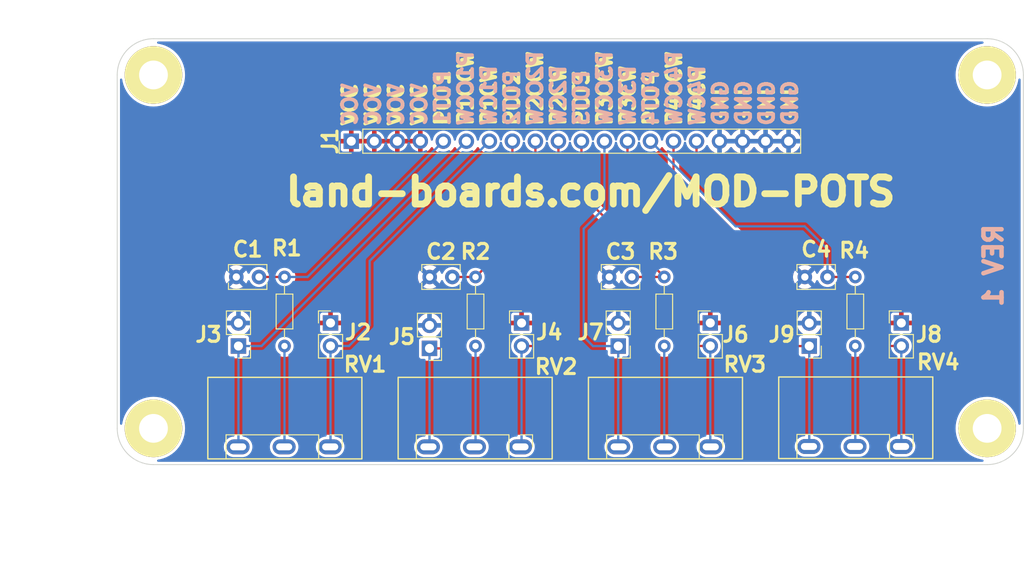
<source format=kicad_pcb>
(kicad_pcb (version 20211014) (generator pcbnew)
  (layers (0 "F.Cu" signal) (31 "B.Cu" signal) (34 "B.Paste" user) (35 "F.Paste" user) (36 "B.SilkS" user "B.Silkscreen") (37 "F.SilkS" user "F.Silkscreen") (38 "B.Mask" user) (39 "F.Mask" user) (44 "Edge.Cuts" user))
  (net 0 "")
  (net 1 "GND")
  (net 2 "Net-(R1-Pad2)")
  (net 3 "Net-(R2-Pad2)")
  (net 4 "Net-(R3-Pad2)")
  (net 5 "Net-(R4-Pad2)")
  (net 6 "VCC")
  (net 7 "/POT1")
  (net 8 "/POT2")
  (net 9 "/POT3")
  (net 10 "/POT4")
  (net 11 "/POT1CCW")
  (net 12 "/POT1CW")
  (net 13 "/POT2CCW")
  (net 14 "/POT2CW")
  (net 15 "/POT3CCW")
  (net 16 "/POT3CW")
  (net 17 "/POT4CCW")
  (net 18 "/POT4CW")
  (footprint "LandBoards_MountHoles:MTG-4-40" (layer "F.Cu") (at 94 83)
    (fp_text reference "MTG1" hide)
    (fp_text value "MountingHole" hide)
    (pad "1" thru_hole circle locked (at 0 0) (size 6.35 6.35) (drill 3.175) (layers *.Cu *.Mask "F.SilkS"))
  )
  (footprint "Connector_PinHeader_2.54mm:PinHeader_1x02_P2.54mm_Vertical" (layer "F.Cu") (at 103.378 73.914 180)
    (fp_text reference "J3" (at 3.302 1.27) (layer "F.SilkS") (effects (font (size 1.651 1.651) (thickness 0.34925))))
    (fp_text value "Conn_01x02")
    (fp_line (start -1.33 3.87) (end 1.33 3.87) (layer "F.SilkS") (width 0.12))
    (fp_line (start -1.33 1.27) (end 1.33 1.27) (layer "F.SilkS") (width 0.12))
    (fp_line (start -1.33 -1.33) (end 0 -1.33) (layer "F.SilkS") (width 0.12))
    (fp_line (start 1.33 1.27) (end 1.33 3.87) (layer "F.SilkS") (width 0.12))
    (fp_line (start -1.33 1.27) (end -1.33 3.87) (layer "F.SilkS") (width 0.12))
    (fp_line (start -1.33 0) (end -1.33 -1.33) (layer "F.SilkS") (width 0.12))
    (pad "1" thru_hole rect (at 0 0 180) (size 1.7 1.7) (drill 1) (layers *.Cu *.Mask) (net 11 "/POT1CCW"))
    (pad "2" thru_hole oval (at 0 2.54 180) (size 1.7 1.7) (drill 1) (layers *.Cu *.Mask) (net 1 "GND"))
  )
  (footprint "Capacitor_THT:C_Rect_L4.0mm_W2.5mm_P2.50mm" (layer "F.Cu") (at 168.382 66.294 180)
    (fp_text reference "C4" (at 1.25 3.048) (layer "F.SilkS") (effects (font (size 1.651 1.651) (thickness 0.34925))))
    (fp_text value "0.1uF")
    (fp_line (start 3.37 -1.37) (end 3.37 -0.665) (layer "F.SilkS") (width 0.12))
    (fp_line (start -0.87 -1.37) (end -0.87 -0.665) (layer "F.SilkS") (width 0.12))
    (fp_line (start -0.87 1.37) (end 3.37 1.37) (layer "F.SilkS") (width 0.12))
    (fp_line (start -0.87 -1.37) (end 3.37 -1.37) (layer "F.SilkS") (width 0.12))
    (fp_line (start -0.87 0.665) (end -0.87 1.37) (layer "F.SilkS") (width 0.12))
    (fp_line (start 3.37 0.665) (end 3.37 1.37) (layer "F.SilkS") (width 0.12))
    (pad "1" thru_hole circle (at 0 0 180) (size 1.6 1.6) (drill 0.8) (layers *.Cu *.Mask) (net 10 "/POT4"))
    (pad "2" thru_hole circle (at 2.5 0 180) (size 1.6 1.6) (drill 0.8) (layers *.Cu *.Mask) (net 1 "GND"))
  )
  (footprint "Connector_PinHeader_2.54mm:PinHeader_1x02_P2.54mm_Vertical" (layer "F.Cu") (at 134.62 71.374)
    (fp_text reference "J4" (at 3.048 1.016) (layer "F.SilkS") (effects (font (size 1.651 1.651) (thickness 0.34925))))
    (fp_text value "Conn_01x02")
    (fp_line (start -1.33 1.27) (end -1.33 3.87) (layer "F.SilkS") (width 0.12))
    (fp_line (start 1.33 1.27) (end 1.33 3.87) (layer "F.SilkS") (width 0.12))
    (fp_line (start -1.33 3.87) (end 1.33 3.87) (layer "F.SilkS") (width 0.12))
    (fp_line (start -1.33 0) (end -1.33 -1.33) (layer "F.SilkS") (width 0.12))
    (fp_line (start -1.33 -1.33) (end 0 -1.33) (layer "F.SilkS") (width 0.12))
    (fp_line (start -1.33 1.27) (end 1.33 1.27) (layer "F.SilkS") (width 0.12))
    (pad "1" thru_hole rect (at 0 0) (size 1.7 1.7) (drill 1) (layers *.Cu *.Mask) (net 6 "VCC"))
    (pad "2" thru_hole oval (at 0 2.54) (size 1.7 1.7) (drill 1) (layers *.Cu *.Mask) (net 14 "/POT2CW"))
  )
  (footprint "Capacitor_THT:C_Rect_L4.0mm_W2.5mm_P2.50mm" (layer "F.Cu") (at 146.792 66.294 180)
    (fp_text reference "C3" (at 1.25 2.794) (layer "F.SilkS") (effects (font (size 1.651 1.651) (thickness 0.34925))))
    (fp_text value "0.1uF")
    (fp_line (start -0.87 -1.37) (end 3.37 -1.37) (layer "F.SilkS") (width 0.12))
    (fp_line (start -0.87 1.37) (end 3.37 1.37) (layer "F.SilkS") (width 0.12))
    (fp_line (start 3.37 -1.37) (end 3.37 -0.665) (layer "F.SilkS") (width 0.12))
    (fp_line (start 3.37 0.665) (end 3.37 1.37) (layer "F.SilkS") (width 0.12))
    (fp_line (start -0.87 -1.37) (end -0.87 -0.665) (layer "F.SilkS") (width 0.12))
    (fp_line (start -0.87 0.665) (end -0.87 1.37) (layer "F.SilkS") (width 0.12))
    (pad "1" thru_hole circle (at 0 0 180) (size 1.6 1.6) (drill 0.8) (layers *.Cu *.Mask) (net 9 "/POT3"))
    (pad "2" thru_hole circle (at 2.5 0 180) (size 1.6 1.6) (drill 0.8) (layers *.Cu *.Mask) (net 1 "GND"))
  )
  (footprint "Connector_PinHeader_2.54mm:PinHeader_1x02_P2.54mm_Vertical" (layer "F.Cu") (at 124.46 74.173 180)
    (fp_text reference "J5" (at 3.048 1.275) (layer "F.SilkS") (effects (font (size 1.651 1.651) (thickness 0.34925))))
    (fp_text value "Conn_01x02")
    (fp_line (start -1.33 0) (end -1.33 -1.33) (layer "F.SilkS") (width 0.12))
    (fp_line (start 1.33 1.27) (end 1.33 3.87) (layer "F.SilkS") (width 0.12))
    (fp_line (start -1.33 1.27) (end -1.33 3.87) (layer "F.SilkS") (width 0.12))
    (fp_line (start -1.33 -1.33) (end 0 -1.33) (layer "F.SilkS") (width 0.12))
    (fp_line (start -1.33 3.87) (end 1.33 3.87) (layer "F.SilkS") (width 0.12))
    (fp_line (start -1.33 1.27) (end 1.33 1.27) (layer "F.SilkS") (width 0.12))
    (pad "1" thru_hole rect (at 0 0 180) (size 1.7 1.7) (drill 1) (layers *.Cu *.Mask) (net 13 "/POT2CCW"))
    (pad "2" thru_hole oval (at 0 2.54 180) (size 1.7 1.7) (drill 1) (layers *.Cu *.Mask) (net 1 "GND"))
  )
  (footprint "Resistor_THT:R_Axial_DIN0204_L3.6mm_D1.6mm_P7.62mm_Horizontal" (layer "F.Cu") (at 129.54 66.294 -90)
    (fp_text reference "R2" (at -2.794 0 180) (layer "F.SilkS") (effects (font (size 1.651 1.651) (thickness 0.34925))))
    (fp_text value "1K")
    (fp_line (start 1.89 0.92) (end 5.73 0.92) (layer "F.SilkS") (width 0.12))
    (fp_line (start 0.94 0) (end 1.89 0) (layer "F.SilkS") (width 0.12))
    (fp_line (start 1.89 -0.92) (end 1.89 0.92) (layer "F.SilkS") (width 0.12))
    (fp_line (start 6.68 0) (end 5.73 0) (layer "F.SilkS") (width 0.12))
    (fp_line (start 5.73 0.92) (end 5.73 -0.92) (layer "F.SilkS") (width 0.12))
    (fp_line (start 5.73 -0.92) (end 1.89 -0.92) (layer "F.SilkS") (width 0.12))
    (pad "1" thru_hole circle (at 0 0 270) (size 1.4 1.4) (drill 0.7) (layers *.Cu *.Mask) (net 8 "/POT2"))
    (pad "2" thru_hole oval (at 7.62 0 270) (size 1.4 1.4) (drill 0.7) (layers *.Cu *.Mask) (net 3 "Net-(R2-Pad2)"))
  )
  (footprint "LandBoards_Conns:Pot3" (layer "F.Cu") (at 113.500002 85.039987 -90)
    (fp_text reference "RV1" (at -9.093987 -3.847998 180) (layer "F.SilkS") (effects (font (size 1.651 1.651) (thickness 0.34925))))
    (fp_text value "100K")
    (fp_line (start -1.33 -1.33) (end 0 -1.33) (layer "F.SilkS") (width 0.12))
    (fp_line (start -1.33 0) (end -1.33 -1.33) (layer "F.SilkS") (width 0.12))
    (fp_line (start -1.33 1.27) (end -1.33 11.49) (layer "F.SilkS") (width 0.12))
    (fp_line (start -1.33 11.49) (end 1.33 11.49) (layer "F.SilkS") (width 0.12))
    (fp_line (start 1.33 1.27) (end 1.33 11.49) (layer "F.SilkS") (width 0.12))
    (fp_line (start -1.33 1.27) (end 1.33 1.27) (layer "F.SilkS") (width 0.12))
    (fp_rect (start -7.67 -3.5) (end 1.33 13.5) (layer "F.SilkS") (width 0.15) (fill none))
    (pad "1" thru_hole oval (at 0 0 270) (size 1.651 2.54) (drill oval 0.762 1.778) (layers *.Cu *.Mask) (net 12 "/POT1CW"))
    (pad "2" thru_hole oval (at 0 5.08 270) (size 1.651 2.54) (drill oval 0.762 1.778) (layers *.Cu *.Mask) (net 2 "Net-(R1-Pad2)"))
    (pad "3" thru_hole oval (at 0 10.16 270) (size 1.651 2.54) (drill oval 0.762 1.778) (layers *.Cu *.Mask) (net 11 "/POT1CCW"))
  )
  (footprint "LandBoards_MountHoles:MTG-4-40" (layer "F.Cu") (at 94 44)
    (fp_text reference "MTG3" hide)
    (fp_text value "MountingHole" hide)
    (pad "1" thru_hole circle locked (at 0 0) (size 6.35 6.35) (drill 3.175) (layers *.Cu *.Mask "F.SilkS"))
  )
  (footprint "Connector_PinHeader_2.54mm:PinHeader_1x20_P2.54mm_Vertical" (layer "F.Cu") (at 115.829 51.308 90)
    (fp_text reference "J1" (at 0 -2.33 90) (layer "F.SilkS") (effects (font (size 1.651 1.651) (thickness 0.34925))))
    (fp_text value "Conn_01x20")
    (fp_line (start -1.33 -1.33) (end 0 -1.33) (layer "F.SilkS") (width 0.12))
    (fp_line (start -1.33 1.27) (end -1.33 49.59) (layer "F.SilkS") (width 0.12))
    (fp_line (start -1.33 49.59) (end 1.33 49.59) (layer "F.SilkS") (width 0.12))
    (fp_line (start -1.33 0) (end -1.33 -1.33) (layer "F.SilkS") (width 0.12))
    (fp_line (start 1.33 1.27) (end 1.33 49.59) (layer "F.SilkS") (width 0.12))
    (fp_line (start -1.33 1.27) (end 1.33 1.27) (layer "F.SilkS") (width 0.12))
    (pad "1" thru_hole rect (at 0 0 90) (size 1.7 1.7) (drill 1) (layers *.Cu *.Mask) (net 6 "VCC"))
    (pad "2" thru_hole oval (at 0 2.54 90) (size 1.7 1.7) (drill 1) (layers *.Cu *.Mask) (net 6 "VCC"))
    (pad "3" thru_hole oval (at 0 5.08 90) (size 1.7 1.7) (drill 1) (layers *.Cu *.Mask) (net 6 "VCC"))
    (pad "4" thru_hole oval (at 0 7.62 90) (size 1.7 1.7) (drill 1) (layers *.Cu *.Mask) (net 6 "VCC"))
    (pad "5" thru_hole oval (at 0 10.16 90) (size 1.7 1.7) (drill 1) (layers *.Cu *.Mask) (net 7 "/POT1"))
    (pad "6" thru_hole oval (at 0 12.7 90) (size 1.7 1.7) (drill 1) (layers *.Cu *.Mask) (net 11 "/POT1CCW"))
    (pad "7" thru_hole oval (at 0 15.24 90) (size 1.7 1.7) (drill 1) (layers *.Cu *.Mask) (net 12 "/POT1CW"))
    (pad "8" thru_hole oval (at 0 17.78 90) (size 1.7 1.7) (drill 1) (layers *.Cu *.Mask) (net 8 "/POT2"))
    (pad "9" thru_hole oval (at 0 20.32 90) (size 1.7 1.7) (drill 1) (layers *.Cu *.Mask) (net 13 "/POT2CCW"))
    (pad "10" thru_hole oval (at 0 22.86 90) (size 1.7 1.7) (drill 1) (layers *.Cu *.Mask) (net 14 "/POT2CW"))
    (pad "11" thru_hole oval (at 0 25.4 90) (size 1.7 1.7) (drill 1) (layers *.Cu *.Mask) (net 9 "/POT3"))
    (pad "12" thru_hole oval (at 0 27.94 90) (size 1.7 1.7) (drill 1) (layers *.Cu *.Mask) (net 15 "/POT3CCW"))
    (pad "13" thru_hole oval (at 0 30.48 90) (size 1.7 1.7) (drill 1) (layers *.Cu *.Mask) (net 16 "/POT3CW"))
    (pad "14" thru_hole oval (at 0 33.02 90) (size 1.7 1.7) (drill 1) (layers *.Cu *.Mask) (net 10 "/POT4"))
    (pad "15" thru_hole oval (at 0 35.56 90) (size 1.7 1.7) (drill 1) (layers *.Cu *.Mask) (net 17 "/POT4CCW"))
    (pad "16" thru_hole oval (at 0 38.1 90) (size 1.7 1.7) (drill 1) (layers *.Cu *.Mask) (net 18 "/POT4CW"))
    (pad "17" thru_hole oval (at 0 40.64 90) (size 1.7 1.7) (drill 1) (layers *.Cu *.Mask) (net 1 "GND"))
    (pad "18" thru_hole oval (at 0 43.18 90) (size 1.7 1.7) (drill 1) (layers *.Cu *.Mask) (net 1 "GND"))
    (pad "19" thru_hole oval (at 0 45.72 90) (size 1.7 1.7) (drill 1) (layers *.Cu *.Mask) (net 1 "GND"))
    (pad "20" thru_hole oval (at 0 48.26 90) (size 1.7 1.7) (drill 1) (layers *.Cu *.Mask) (net 1 "GND"))
  )
  (footprint "Connector_PinHeader_2.54mm:PinHeader_1x02_P2.54mm_Vertical" (layer "F.Cu") (at 166.37 73.919 180)
    (fp_text reference "J9" (at 3.048 1.275) (layer "F.SilkS") (effects (font (size 1.651 1.651) (thickness 0.34925))))
    (fp_text value "Conn_01x02")
    (fp_line (start -1.33 1.27) (end -1.33 3.87) (layer "F.SilkS") (width 0.12))
    (fp_line (start -1.33 -1.33) (end 0 -1.33) (layer "F.SilkS") (width 0.12))
    (fp_line (start -1.33 3.87) (end 1.33 3.87) (layer "F.SilkS") (width 0.12))
    (fp_line (start -1.33 1.27) (end 1.33 1.27) (layer "F.SilkS") (width 0.12))
    (fp_line (start -1.33 0) (end -1.33 -1.33) (layer "F.SilkS") (width 0.12))
    (fp_line (start 1.33 1.27) (end 1.33 3.87) (layer "F.SilkS") (width 0.12))
    (pad "1" thru_hole rect (at 0 0 180) (size 1.7 1.7) (drill 1) (layers *.Cu *.Mask) (net 17 "/POT4CCW"))
    (pad "2" thru_hole oval (at 0 2.54 180) (size 1.7 1.7) (drill 1) (layers *.Cu *.Mask) (net 1 "GND"))
  )
  (footprint "Connector_PinHeader_2.54mm:PinHeader_1x02_P2.54mm_Vertical" (layer "F.Cu") (at 176.53 71.369)
    (fp_text reference "J8" (at 3.048 1.275) (layer "F.SilkS") (effects (font (size 1.651 1.651) (thickness 0.34925))))
    (fp_text value "Conn_01x02")
    (fp_line (start -1.33 0) (end -1.33 -1.33) (layer "F.SilkS") (width 0.12))
    (fp_line (start -1.33 1.27) (end -1.33 3.87) (layer "F.SilkS") (width 0.12))
    (fp_line (start -1.33 3.87) (end 1.33 3.87) (layer "F.SilkS") (width 0.12))
    (fp_line (start 1.33 1.27) (end 1.33 3.87) (layer "F.SilkS") (width 0.12))
    (fp_line (start -1.33 1.27) (end 1.33 1.27) (layer "F.SilkS") (width 0.12))
    (fp_line (start -1.33 -1.33) (end 0 -1.33) (layer "F.SilkS") (width 0.12))
    (pad "1" thru_hole rect (at 0 0) (size 1.7 1.7) (drill 1) (layers *.Cu *.Mask) (net 6 "VCC"))
    (pad "2" thru_hole oval (at 0 2.54) (size 1.7 1.7) (drill 1) (layers *.Cu *.Mask) (net 18 "/POT4CW"))
  )
  (footprint "LandBoards_Conns:Pot3" (layer "F.Cu") (at 176.500003 85.000008 -90)
    (fp_text reference "RV4" (at -9.308008 -4.093997 180) (layer "F.SilkS") (effects (font (size 1.651 1.651) (thickness 0.34925))))
    (fp_text value "100K")
    (fp_line (start -1.33 0) (end -1.33 -1.33) (layer "F.SilkS") (width 0.12))
    (fp_line (start -1.33 -1.33) (end 0 -1.33) (layer "F.SilkS") (width 0.12))
    (fp_line (start -1.33 1.27) (end 1.33 1.27) (layer "F.SilkS") (width 0.12))
    (fp_line (start 1.33 1.27) (end 1.33 11.49) (layer "F.SilkS") (width 0.12))
    (fp_line (start -1.33 11.49) (end 1.33 11.49) (layer "F.SilkS") (width 0.12))
    (fp_line (start -1.33 1.27) (end -1.33 11.49) (layer "F.SilkS") (width 0.12))
    (fp_rect (start -7.67 -3.5) (end 1.33 13.5) (layer "F.SilkS") (width 0.15) (fill none))
    (pad "1" thru_hole oval (at 0 0 270) (size 1.651 2.54) (drill oval 0.762 1.778) (layers *.Cu *.Mask) (net 18 "/POT4CW"))
    (pad "2" thru_hole oval (at 0 5.08 270) (size 1.651 2.54) (drill oval 0.762 1.778) (layers *.Cu *.Mask) (net 5 "Net-(R4-Pad2)"))
    (pad "3" thru_hole oval (at 0 10.16 270) (size 1.651 2.54) (drill oval 0.762 1.778) (layers *.Cu *.Mask) (net 17 "/POT4CCW"))
  )
  (footprint "Capacitor_THT:C_Rect_L4.0mm_W2.5mm_P2.50mm" (layer "F.Cu") (at 105.644 66.294 180)
    (fp_text reference "C1" (at 1.25 3.048) (layer "F.SilkS") (effects (font (size 1.651 1.651) (thickness 0.34925))))
    (fp_text value "0.1uF")
    (fp_line (start -0.87 -1.37) (end 3.37 -1.37) (layer "F.SilkS") (width 0.12))
    (fp_line (start 3.37 -1.37) (end 3.37 -0.665) (layer "F.SilkS") (width 0.12))
    (fp_line (start 3.37 0.665) (end 3.37 1.37) (layer "F.SilkS") (width 0.12))
    (fp_line (start -0.87 -1.37) (end -0.87 -0.665) (layer "F.SilkS") (width 0.12))
    (fp_line (start -0.87 0.665) (end -0.87 1.37) (layer "F.SilkS") (width 0.12))
    (fp_line (start -0.87 1.37) (end 3.37 1.37) (layer "F.SilkS") (width 0.12))
    (pad "1" thru_hole circle (at 0 0 180) (size 1.6 1.6) (drill 0.8) (layers *.Cu *.Mask) (net 7 "/POT1"))
    (pad "2" thru_hole circle (at 2.5 0 180) (size 1.6 1.6) (drill 0.8) (layers *.Cu *.Mask) (net 1 "GND"))
  )
  (footprint "LandBoards_Conns:Pot3" (layer "F.Cu") (at 134.50001 85.039987 -90)
    (fp_text reference "RV2" (at -8.839987 -3.92999 180) (layer "F.SilkS") (effects (font (size 1.651 1.651) (thickness 0.34925))))
    (fp_text value "100K")
    (fp_line (start -1.33 1.27) (end -1.33 11.49) (layer "F.SilkS") (width 0.12))
    (fp_line (start -1.33 -1.33) (end 0 -1.33) (layer "F.SilkS") (width 0.12))
    (fp_line (start -1.33 1.27) (end 1.33 1.27) (layer "F.SilkS") (width 0.12))
    (fp_line (start 1.33 1.27) (end 1.33 11.49) (layer "F.SilkS") (width 0.12))
    (fp_line (start -1.33 0) (end -1.33 -1.33) (layer "F.SilkS") (width 0.12))
    (fp_line (start -1.33 11.49) (end 1.33 11.49) (layer "F.SilkS") (width 0.12))
    (fp_rect (start -7.67 -3.5) (end 1.33 13.5) (layer "F.SilkS") (width 0.15) (fill none))
    (pad "1" thru_hole oval (at 0 0 270) (size 1.651 2.54) (drill oval 0.762 1.778) (layers *.Cu *.Mask) (net 14 "/POT2CW"))
    (pad "2" thru_hole oval (at 0 5.08 270) (size 1.651 2.54) (drill oval 0.762 1.778) (layers *.Cu *.Mask) (net 3 "Net-(R2-Pad2)"))
    (pad "3" thru_hole oval (at 0 10.16 270) (size 1.651 2.54) (drill oval 0.762 1.778) (layers *.Cu *.Mask) (net 13 "/POT2CCW"))
  )
  (footprint "Connector_PinHeader_2.54mm:PinHeader_1x02_P2.54mm_Vertical" (layer "F.Cu") (at 155.448 71.369)
    (fp_text reference "J6" (at 2.794 1.275) (layer "F.SilkS") (effects (font (size 1.651 1.651) (thickness 0.34925))))
    (fp_text value "Conn_01x02")
    (fp_line (start -1.33 0) (end -1.33 -1.33) (layer "F.SilkS") (width 0.12))
    (fp_line (start -1.33 1.27) (end -1.33 3.87) (layer "F.SilkS") (width 0.12))
    (fp_line (start -1.33 1.27) (end 1.33 1.27) (layer "F.SilkS") (width 0.12))
    (fp_line (start -1.33 3.87) (end 1.33 3.87) (layer "F.SilkS") (width 0.12))
    (fp_line (start -1.33 -1.33) (end 0 -1.33) (layer "F.SilkS") (width 0.12))
    (fp_line (start 1.33 1.27) (end 1.33 3.87) (layer "F.SilkS") (width 0.12))
    (pad "1" thru_hole rect (at 0 0) (size 1.7 1.7) (drill 1) (layers *.Cu *.Mask) (net 6 "VCC"))
    (pad "2" thru_hole oval (at 0 2.54) (size 1.7 1.7) (drill 1) (layers *.Cu *.Mask) (net 16 "/POT3CW"))
  )
  (footprint "Resistor_THT:R_Axial_DIN0204_L3.6mm_D1.6mm_P7.62mm_Horizontal" (layer "F.Cu") (at 171.45 66.294 -90)
    (fp_text reference "R4" (at -2.921 0.127 180) (layer "F.SilkS") (effects (font (size 1.651 1.651) (thickness 0.34925))))
    (fp_text value "1K")
    (fp_line (start 6.68 0) (end 5.73 0) (layer "F.SilkS") (width 0.12))
    (fp_line (start 5.73 0.92) (end 5.73 -0.92) (layer "F.SilkS") (width 0.12))
    (fp_line (start 1.89 0.92) (end 5.73 0.92) (layer "F.SilkS") (width 0.12))
    (fp_line (start 5.73 -0.92) (end 1.89 -0.92) (layer "F.SilkS") (width 0.12))
    (fp_line (start 1.89 -0.92) (end 1.89 0.92) (layer "F.SilkS") (width 0.12))
    (fp_line (start 0.94 0) (end 1.89 0) (layer "F.SilkS") (width 0.12))
    (pad "1" thru_hole circle (at 0 0 270) (size 1.4 1.4) (drill 0.7) (layers *.Cu *.Mask) (net 10 "/POT4"))
    (pad "2" thru_hole oval (at 7.62 0 270) (size 1.4 1.4) (drill 0.7) (layers *.Cu *.Mask) (net 5 "Net-(R4-Pad2)"))
  )
  (footprint "LandBoards_Conns:Pot3" (layer "F.Cu") (at 155.499994 85.039987 -90)
    (fp_text reference "RV3" (at -9.093987 -3.758006 180) (layer "F.SilkS") (effects (font (size 1.651 1.651) (thickness 0.34925))))
    (fp_text value "100K")
    (fp_line (start -1.33 1.27) (end -1.33 11.49) (layer "F.SilkS") (width 0.12))
    (fp_line (start 1.33 1.27) (end 1.33 11.49) (layer "F.SilkS") (width 0.12))
    (fp_line (start -1.33 11.49) (end 1.33 11.49) (layer "F.SilkS") (width 0.12))
    (fp_line (start -1.33 -1.33) (end 0 -1.33) (layer "F.SilkS") (width 0.12))
    (fp_line (start -1.33 0) (end -1.33 -1.33) (layer "F.SilkS") (width 0.12))
    (fp_line (start -1.33 1.27) (end 1.33 1.27) (layer "F.SilkS") (width 0.12))
    (fp_rect (start -7.67 -3.5) (end 1.33 13.5) (layer "F.SilkS") (width 0.15) (fill none))
    (pad "1" thru_hole oval (at 0 0 270) (size 1.651 2.54) (drill oval 0.762 1.778) (layers *.Cu *.Mask) (net 16 "/POT3CW"))
    (pad "2" thru_hole oval (at 0 5.08 270) (size 1.651 2.54) (drill oval 0.762 1.778) (layers *.Cu *.Mask) (net 4 "Net-(R3-Pad2)"))
    (pad "3" thru_hole oval (at 0 10.16 270) (size 1.651 2.54) (drill oval 0.762 1.778) (layers *.Cu *.Mask) (net 15 "/POT3CCW"))
  )
  (footprint "Resistor_THT:R_Axial_DIN0204_L3.6mm_D1.6mm_P7.62mm_Horizontal" (layer "F.Cu") (at 150.368 66.294 -90)
    (fp_text reference "R3" (at -2.794 0.127 180) (layer "F.SilkS") (effects (font (size 1.651 1.651) (thickness 0.34925))))
    (fp_text value "1K")
    (fp_line (start 6.68 0) (end 5.73 0) (layer "F.SilkS") (width 0.12))
    (fp_line (start 5.73 0.92) (end 5.73 -0.92) (layer "F.SilkS") (width 0.12))
    (fp_line (start 5.73 -0.92) (end 1.89 -0.92) (layer "F.SilkS") (width 0.12))
    (fp_line (start 1.89 -0.92) (end 1.89 0.92) (layer "F.SilkS") (width 0.12))
    (fp_line (start 0.94 0) (end 1.89 0) (layer "F.SilkS") (width 0.12))
    (fp_line (start 1.89 0.92) (end 5.73 0.92) (layer "F.SilkS") (width 0.12))
    (pad "1" thru_hole circle (at 0 0 270) (size 1.4 1.4) (drill 0.7) (layers *.Cu *.Mask) (net 9 "/POT3"))
    (pad "2" thru_hole oval (at 7.62 0 270) (size 1.4 1.4) (drill 0.7) (layers *.Cu *.Mask) (net 4 "Net-(R3-Pad2)"))
  )
  (footprint "Capacitor_THT:C_Rect_L4.0mm_W2.5mm_P2.50mm" (layer "F.Cu") (at 126.98 66.294 180)
    (fp_text reference "C2" (at 1.25 2.794) (layer "F.SilkS") (effects (font (size 1.651 1.651) (thickness 0.34925))))
    (fp_text value "0.1uF")
    (fp_line (start -0.87 -1.37) (end 3.37 -1.37) (layer "F.SilkS") (width 0.12))
    (fp_line (start -0.87 1.37) (end 3.37 1.37) (layer "F.SilkS") (width 0.12))
    (fp_line (start 3.37 -1.37) (end 3.37 -0.665) (layer "F.SilkS") (width 0.12))
    (fp_line (start 3.37 0.665) (end 3.37 1.37) (layer "F.SilkS") (width 0.12))
    (fp_line (start -0.87 -1.37) (end -0.87 -0.665) (layer "F.SilkS") (width 0.12))
    (fp_line (start -0.87 0.665) (end -0.87 1.37) (layer "F.SilkS") (width 0.12))
    (pad "1" thru_hole circle (at 0 0 180) (size 1.6 1.6) (drill 0.8) (layers *.Cu *.Mask) (net 8 "/POT2"))
    (pad "2" thru_hole circle (at 2.5 0 180) (size 1.6 1.6) (drill 0.8) (layers *.Cu *.Mask) (net 1 "GND"))
  )
  (footprint "Connector_PinHeader_2.54mm:PinHeader_1x02_P2.54mm_Vertical" (layer "F.Cu") (at 145.288 73.919 180)
    (fp_text reference "J7" (at 3.048 1.529) (layer "F.SilkS") (effects (font (size 1.651 1.651) (thickness 0.34925))))
    (fp_text value "Conn_01x02")
    (fp_line (start -1.33 1.27) (end 1.33 1.27) (layer "F.SilkS") (width 0.12))
    (fp_line (start -1.33 3.87) (end 1.33 3.87) (layer "F.SilkS") (width 0.12))
    (fp_line (start -1.33 0) (end -1.33 -1.33) (layer "F.SilkS") (width 0.12))
    (fp_line (start 1.33 1.27) (end 1.33 3.87) (layer "F.SilkS") (width 0.12))
    (fp_line (start -1.33 1.27) (end -1.33 3.87) (layer "F.SilkS") (width 0.12))
    (fp_line (start -1.33 -1.33) (end 0 -1.33) (layer "F.SilkS") (width 0.12))
    (pad "1" thru_hole rect (at 0 0 180) (size 1.7 1.7) (drill 1) (layers *.Cu *.Mask) (net 15 "/POT3CCW"))
    (pad "2" thru_hole oval (at 0 2.54 180) (size 1.7 1.7) (drill 1) (layers *.Cu *.Mask) (net 1 "GND"))
  )
  (footprint "Connector_PinHeader_2.54mm:PinHeader_1x02_P2.54mm_Vertical" (layer "F.Cu") (at 113.538 71.369)
    (fp_text reference "J2" (at 3.048 1.021) (layer "F.SilkS") (effects (font (size 1.651 1.651) (thickness 0.34925))))
    (fp_text value "Conn_01x02")
    (fp_line (start -1.33 1.27) (end 1.33 1.27) (layer "F.SilkS") (width 0.12))
    (fp_line (start -1.33 1.27) (end -1.33 3.87) (layer "F.SilkS") (width 0.12))
    (fp_line (start -1.33 -1.33) (end 0 -1.33) (layer "F.SilkS") (width 0.12))
    (fp_line (start -1.33 0) (end -1.33 -1.33) (layer "F.SilkS") (width 0.12))
    (fp_line (start 1.33 1.27) (end 1.33 3.87) (layer "F.SilkS") (width 0.12))
    (fp_line (start -1.33 3.87) (end 1.33 3.87) (layer "F.SilkS") (width 0.12))
    (pad "1" thru_hole rect (at 0 0) (size 1.7 1.7) (drill 1) (layers *.Cu *.Mask) (net 6 "VCC"))
    (pad "2" thru_hole oval (at 0 2.54) (size 1.7 1.7) (drill 1) (layers *.Cu *.Mask) (net 12 "/POT1CW"))
  )
  (footprint "LandBoards_MountHoles:MTG-4-40" (layer "F.Cu") (at 186 83)
    (fp_text reference "MTG2" hide)
    (fp_text value "MountingHole" hide)
    (pad "1" thru_hole circle locked (at 0 0) (size 6.35 6.35) (drill 3.175) (layers *.Cu *.Mask "F.SilkS"))
  )
  (footprint "LandBoards_MountHoles:MTG-4-40" (layer "F.Cu") (at 186 44)
    (fp_text reference "MTG4" hide)
    (fp_text value "MountingHole" hide)
    (pad "1" thru_hole circle locked (at 0 0) (size 6.35 6.35) (drill 3.175) (layers *.Cu *.Mask "F.SilkS"))
  )
  (footprint "Resistor_THT:R_Axial_DIN0204_L3.6mm_D1.6mm_P7.62mm_Horizontal" (layer "F.Cu") (at 108.458 66.294 -90)
    (fp_text reference "R1" (at -3.175 -0.254 180) (layer "F.SilkS") (effects (font (size 1.651 1.651) (thickness 0.34925))))
    (fp_text value "1K")
    (fp_line (start 1.89 -0.92) (end 1.89 0.92) (layer "F.SilkS") (width 0.12))
    (fp_line (start 0.94 0) (end 1.89 0) (layer "F.SilkS") (width 0.12))
    (fp_line (start 6.68 0) (end 5.73 0) (layer "F.SilkS") (width 0.12))
    (fp_line (start 1.89 0.92) (end 5.73 0.92) (layer "F.SilkS") (width 0.12))
    (fp_line (start 5.73 -0.92) (end 1.89 -0.92) (layer "F.SilkS") (width 0.12))
    (fp_line (start 5.73 0.92) (end 5.73 -0.92) (layer "F.SilkS") (width 0.12))
    (pad "1" thru_hole circle (at 0 0 270) (size 1.4 1.4) (drill 0.7) (layers *.Cu *.Mask) (net 7 "/POT1"))
    (pad "2" thru_hole oval (at 7.62 0 270) (size 1.4 1.4) (drill 0.7) (layers *.Cu *.Mask) (net 2 "Net-(R1-Pad2)"))
  )
  (gr_line (start 190 44) (end 190 83) (layer "Edge.Cuts") (width 0.1))
  (gr_arc (start 94 87) (mid 91.171573 85.828427) (end 90 83) (layer "Edge.Cuts") (width 0.1))
  (gr_line (start 94 40) (end 186 40) (layer "Edge.Cuts") (width 0.1))
  (gr_arc (start 90 44) (mid 91.171573 41.171573) (end 94 40) (layer "Edge.Cuts") (width 0.1))
  (gr_arc (start 186 40) (mid 188.828427 41.171573) (end 190 44) (layer "Edge.Cuts") (width 0.1))
  (gr_arc (start 190 83) (mid 188.828427 85.828427) (end 186 87) (layer "Edge.Cuts") (width 0.1))
  (gr_line (start 90 83) (end 90 44) (layer "Edge.Cuts") (width 0.1))
  (gr_line (start 186 87) (end 94 87) (layer "Edge.Cuts") (width 0.1))
  (gr_text "REV 1" (at 186.69 65.024 90) (layer "B.SilkS") (effects (font (size 2 2) (thickness 0.5)) (justify mirror)))
  (gr_text "VCC\nVCC\nVCC\nVCC\nPOT1\nP1CCW\nP1CW\nPOT2\nP2CCW\nP2CW\nPOT3\nP3CCW\nP3CW\nPOT4\nP4CCW\nP4CW\nGND\nGND\nGND\nGND" (at 139.954 49.784 90) (layer "B.SilkS") (effects (font (size 1.5875 1.5875) (thickness 0.396875)) (justify right mirror)))
  (gr_text "VCC\nVCC\nVCC\nVCC\nPOT1\nP1CCW\nP1CW\nPOT2\nP2CCW\nP2CW\nPOT3\nP3CCW\nP3CW\nPOT4\nP4CCW\nP4CW\nGND\nGND\nGND\nGND" (at 139.954 49.784 90) (layer "F.SilkS") (effects (font (size 1.5875 1.5875) (thickness 0.396875)) (justify left)))
  (gr_text "land-boards.com/MOD-POTS" (at 142.24 56.896) (layer "F.SilkS") (effects (font (size 2.999999 2.999999) (thickness 0.75))))
  (segment (start 108.458 73.914) (end 108.458 85.001989) (width 0.25) (layer "B.Cu") (net 2))
  (segment (start 129.54 73.914) (end 129.54 84.919997) (width 0.25) (layer "B.Cu") (net 3))
  (segment (start 150.368 73.914) (end 150.368 84.987993) (width 0.25) (layer "B.Cu") (net 4))
  (segment (start 171.45 73.914) (end 171.45 84.970011) (width 0.25) (layer "B.Cu") (net 5))
  (segment (start 105.644 66.294) (end 108.458 66.294) (width 0.25) (layer "F.Cu") (net 7))
  (segment (start 125.989 51.308) (end 111.003 66.294) (width 0.25) (layer "B.Cu") (net 7))
  (segment (start 111.003 66.294) (end 108.458 66.294) (width 0.25) (layer "B.Cu") (net 7))
  (segment (start 126.98 66.294) (end 129.54 66.294) (width 0.25) (layer "F.Cu") (net 8))
  (segment (start 133.609 62.225) (end 129.54 66.294) (width 0.25) (layer "F.Cu") (net 8))
  (segment (start 133.609 51.308) (end 133.609 62.225) (width 0.25) (layer "F.Cu") (net 8))
  (segment (start 146.792 66.294) (end 150.368 66.294) (width 0.25) (layer "F.Cu") (net 9))
  (segment (start 141.229 51.308) (end 141.229 57.155) (width 0.25) (layer "F.Cu") (net 9))
  (segment (start 141.229 57.155) (end 150.368 66.294) (width 0.25) (layer "F.Cu") (net 9))
  (segment (start 168.382 66.294) (end 171.45 66.294) (width 0.25) (layer "F.Cu") (net 10))
  (segment (start 168.382 63.226) (end 168.382 66.294) (width 0.25) (layer "B.Cu") (net 10))
  (segment (start 165.862 60.706) (end 168.382 63.226) (width 0.25) (layer "B.Cu") (net 10))
  (segment (start 158.247 60.706) (end 165.862 60.706) (width 0.25) (layer "B.Cu") (net 10))
  (segment (start 148.849 51.308) (end 158.247 60.706) (width 0.25) (layer "B.Cu") (net 10))
  (segment (start 103.378 73.914) (end 103.378 85.001989) (width 0.25) (layer "B.Cu") (net 11))
  (segment (start 105.923 73.914) (end 103.378 73.914) (width 0.25) (layer "B.Cu") (net 11))
  (segment (start 128.529 51.308) (end 105.923 73.914) (width 0.25) (layer "B.Cu") (net 11))
  (segment (start 131.069 51.308) (end 117.856 64.521) (width 0.25) (layer "B.Cu") (net 12))
  (segment (start 117.856 64.521) (end 117.856 71.628) (width 0.25) (layer "B.Cu") (net 12))
  (segment (start 117.856 71.628) (end 115.575 73.909) (width 0.25) (layer "B.Cu") (net 12))
  (segment (start 115.575 73.909) (end 113.538 73.909) (width 0.25) (layer "B.Cu") (net 12))
  (segment (start 113.538 73.909) (end 113.538 85.001989) (width 0.25) (layer "B.Cu") (net 12))
  (segment (start 127.254 73.152) (end 126.233 74.173) (width 0.25) (layer "F.Cu") (net 13))
  (segment (start 126.233 74.173) (end 124.46 74.173) (width 0.25) (layer "F.Cu") (net 13))
  (segment (start 136.149 63.241) (end 127.254 72.136) (width 0.25) (layer "F.Cu") (net 13))
  (segment (start 136.149 51.308) (end 136.149 63.241) (width 0.25) (layer "F.Cu") (net 13))
  (segment (start 127.254 72.136) (end 127.254 73.152) (width 0.25) (layer "F.Cu") (net 13))
  (segment (start 124.46 74.173) (end 124.46 84.919997) (width 0.25) (layer "B.Cu") (net 13))
  (segment (start 138.689 72.385) (end 138.689 51.308) (width 0.25) (layer "F.Cu") (net 14))
  (segment (start 137.16 73.914) (end 138.689 72.385) (width 0.25) (layer "F.Cu") (net 14))
  (segment (start 134.62 73.914) (end 137.16 73.914) (width 0.25) (layer "F.Cu") (net 14))
  (segment (start 134.62 73.914) (end 134.62 84.919997) (width 0.25) (layer "B.Cu") (net 14))
  (segment (start 143.769 51.308) (end 143.769 58.669) (width 0.25) (layer "B.Cu") (net 15))
  (segment (start 143.769 58.669) (end 141.478 60.96) (width 0.25) (layer "B.Cu") (net 15))
  (segment (start 141.478 60.96) (end 141.478 72.898) (width 0.25) (layer "B.Cu") (net 15))
  (segment (start 141.478 72.898) (end 142.499 73.919) (width 0.25) (layer "B.Cu") (net 15))
  (segment (start 145.288 73.919) (end 145.288 84.987993) (width 0.25) (layer "B.Cu") (net 15))
  (segment (start 142.499 73.919) (end 145.288 73.919) (width 0.25) (layer "B.Cu") (net 15))
  (segment (start 146.309 51.308) (end 146.309 56.139) (width 0.25) (layer "F.Cu") (net 16))
  (segment (start 152.908 73.152) (end 152.908 62.738) (width 0.25) (layer "F.Cu") (net 16))
  (segment (start 153.665 73.909) (end 152.908 73.152) (width 0.25) (layer "F.Cu") (net 16))
  (segment (start 155.448 73.909) (end 153.665 73.909) (width 0.25) (layer "F.Cu") (net 16))
  (segment (start 146.309 56.139) (end 152.908 62.738) (width 0.25) (layer "F.Cu") (net 16))
  (segment (start 155.448 73.909) (end 155.448 84.987993) (width 0.25) (layer "B.Cu") (net 16))
  (segment (start 166.37 73.919) (end 161.803 73.919) (width 0.25) (layer "F.Cu") (net 17))
  (segment (start 151.389 54.615) (end 151.389 51.308) (width 0.25) (layer "F.Cu") (net 17))
  (segment (start 160.782 72.898) (end 160.782 64.008) (width 0.25) (layer "F.Cu") (net 17))
  (segment (start 161.803 73.919) (end 160.782 72.898) (width 0.25) (layer "F.Cu") (net 17))
  (segment (start 160.782 64.008) (end 151.389 54.615) (width 0.25) (layer "F.Cu") (net 17))
  (segment (start 166.37 73.919) (end 166.37 84.970011) (width 0.25) (layer "B.Cu") (net 17))
  (segment (start 155.956 56.134) (end 153.929 54.107) (width 0.25) (layer "F.Cu") (net 18))
  (segment (start 176.53 73.909) (end 175.001 73.909) (width 0.25) (layer "F.Cu") (net 18))
  (segment (start 153.929 54.107) (end 153.929 51.308) (width 0.25) (layer "F.Cu") (net 18))
  (segment (start 173.609 72.517) (end 173.609 58.801) (width 0.25) (layer "F.Cu") (net 18))
  (segment (start 173.609 58.801) (end 170.942 56.134) (width 0.25) (layer "F.Cu") (net 18))
  (segment (start 170.942 56.134) (end 155.956 56.134) (width 0.25) (layer "F.Cu") (net 18))
  (segment (start 175.001 73.909) (end 173.609 72.517) (width 0.25) (layer "F.Cu") (net 18))
  (segment (start 176.53 73.909) (end 176.53 84.970011) (width 0.25) (layer "B.Cu") (net 18))
  (zone (net 6) (net_name "VCC") (layer "F.Cu") (connect_pads (clearance 0.508)) (min_thickness 0.254) (fill yes (thermal_gap 0.508) (thermal_bridge_width 0.508))
    (polygon (pts (xy 190 87) (xy 90 87) (xy 90 40) (xy 190 40)))
  )
  (zone (net 1) (net_name "GND") (layer "B.Cu") (connect_pads (clearance 0.3048)) (min_thickness 0.254) (fill yes (thermal_gap 0.508) (thermal_bridge_width 0.508))
    (polygon (pts (xy 190 87) (xy 90 87) (xy 90 40) (xy 190 40)))
  )
)
</source>
